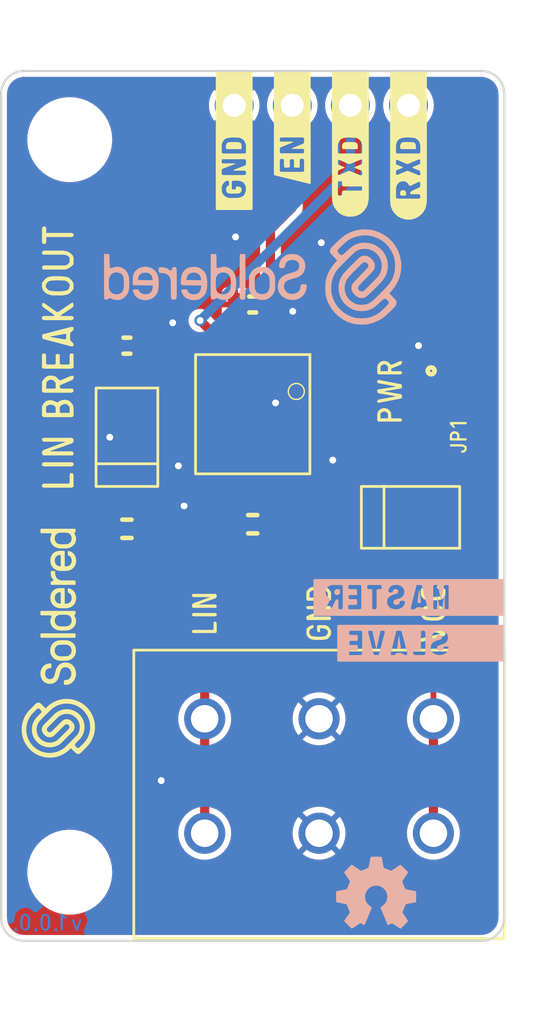
<source format=kicad_pcb>
(kicad_pcb (version 20210126) (generator pcbnew)
  (layers (0 "F.Cu" mixed) (31 "B.Cu" signal) (34 "B.Paste" user) (35 "F.Paste" user) (36 "B.SilkS" user "B.Silkscreen") (37 "F.SilkS" user "F.Silkscreen") (38 "B.Mask" user) (39 "F.Mask" user) (44 "Edge.Cuts" user))
  (net 0 "")
  (net 1 "VCC")
  (net 2 "GND")
  (net 3 "LIN")
  (net 4 "Net-(C1-Pad2)")
  (net 5 "Net-(D2-Pad1)")
  (net 6 "Net-(D3-Pad1)")
  (net 7 "Net-(JP1-Pad2)")
  (net 8 "RXD")
  (net 9 "TXD")
  (net 10 "EN")
  (footprint "Soldered Graphics:Logo-Back-OSH-3.5mm" (layer "F.Cu") (at 125.4 127.9)
    (fp_text reference "G***" hide)
    (fp_text value "LOGO" hide)
  )
  (footprint "buzzardLabel" (layer "F.Cu") (at 119.19 91.6 90)
    (fp_text reference "" (at 0 0 90) (layer "F.SilkS") (effects (font (size 1.27 1.27))))
    (fp_text value "" (at 0 0 90) (layer "F.SilkS") (effects (font (size 1.27 1.27))))
  )
  (footprint "buzzardLabel" (layer "F.Cu") (at 124.27 91.6 90)
    (fp_text reference "" (at 0 0 90) (layer "F.SilkS") (effects (font (size 1.27 1.27))))
    (fp_text value "" (at 0 0 90) (layer "F.SilkS") (effects (font (size 1.27 1.27))))
  )
  (footprint "buzzardLabel" (layer "F.Cu") (at 111.5 104.5 90)
    (fp_text reference "" (at 0 0 90) (layer "F.SilkS") (effects (font (size 1.27 1.27))))
    (fp_text value "" (at 0 0 90) (layer "F.SilkS") (effects (font (size 1.27 1.27))))
  )
  (footprint "e-radionica.com footprinti:SMD-JUMPER-CONNECTED_TRACE_NOSLODERMASK" (layer "F.Cu") (at 128 108 90)
    (fp_text reference "JP1")
    (fp_text value "SMD-JUMPER-CONNECTED_TRACE_NOSLODERMASK")
    (fp_poly (pts (xy 0.1 0.1) (xy -0.1 0.1) (xy -0.1 -0.1) (xy 0.1 -0.1)) (layer "F.Cu") (width 0.1) (fill solid))
    (pad "1" smd rect (at -0.35 0 90) (size 0.5 1) (layers "F.Cu") (net 1 "VCC"))
    (pad "2" smd rect (at 0.35 0 90) (size 0.5 1) (layers "F.Cu") (net 7 "Net-(JP1-Pad2)"))
  )
  (footprint "e-radionica.com footprinti:FIDUCIAL_1MM_PASTE" (layer "F.Cu") (at 120 128.5)
    (fp_text reference "FD1")
    (fp_text value "Fiducial_Stencil")
    (pad "1" smd circle (at 0 0) (size 1 1) (property pad_prop_fiducial_glob) (layers "F.Cu" "F.Paste" "F.Mask"))
  )
  (footprint "buzzardLabel" (layer "F.Cu") (at 126 106 90)
    (fp_text reference "" (at 0 0 90) (layer "F.SilkS") (effects (font (size 1.27 1.27))))
    (fp_text value "" (at 0 0 90) (layer "F.SilkS") (effects (font (size 1.27 1.27))))
  )
  (footprint "Soldered Graphics:Logo-Front-SolderedFULL-10mm" (layer "F.Cu") (at 111.5 117 90)
    (fp_text reference "G***" hide)
    (fp_text value "LOGO" hide)
  )
  (footprint "e-radionica.com footprinti:0402LED" (layer "F.Cu") (at 127.2 106 90)
    (fp_text reference "D2")
    (fp_text value "purple")
    (pad "1" smd rect (at -0.55 0 180) (size 0.75 0.45) (layers "F.Cu" "F.Paste" "F.Mask") (net 5 "Net-(D2-Pad1)"))
    (pad "2" smd rect (at 0.55 0 180) (size 0.75 0.45) (layers "F.Cu" "F.Paste" "F.Mask") (net 2 "GND"))
  )
  (footprint "e-radionica.com footprinti:0603R" (layer "F.Cu") (at 114.5 104)
    (fp_text reference "R3")
    (fp_text value "1k")
    (pad "1" smd rect (at -0.775 0 90) (size 1 0.64) (layers "F.Cu" "F.Paste" "F.Mask") (net 6 "Net-(D3-Pad1)"))
    (pad "2" smd rect (at 0.775 0 90) (size 1 0.64) (layers "F.Cu" "F.Paste" "F.Mask") (net 4 "Net-(C1-Pad2)"))
  )
  (footprint "e-radionica.com footprinti:TERMINAL_KF235-5.0-3P" (layer "F.Cu") (at 122.9 122.8)
    (fp_text reference "K2")
    (fp_text value "TERMINAL_KF235-5.0-3P")
    (pad "1" thru_hole circle (at 5 2.5) (size 1.8 1.8) (drill 1.2) (layers *.Cu *.Mask) (net 1 "VCC"))
    (pad "1" thru_hole circle (at 5 -2.5) (size 1.8 1.8) (drill 1.2) (layers *.Cu *.Mask) (net 1 "VCC"))
    (pad "2" thru_hole circle (at 0 2.5) (size 1.8 1.8) (drill 1.2) (layers *.Cu *.Mask) (net 2 "GND"))
    (pad "2" thru_hole circle (at 0 -2.5) (size 1.8 1.8) (drill 1.2) (layers *.Cu *.Mask) (net 2 "GND"))
    (pad "3" thru_hole circle (at -5 2.5) (size 1.8 1.8) (drill 1.2) (layers *.Cu *.Mask) (net 3 "LIN"))
    (pad "3" thru_hole circle (at -5 -2.5) (size 1.8 1.8) (drill 1.2) (layers *.Cu *.Mask) (net 3 "LIN"))
  )
  (footprint "e-radionica.com footprinti:M4_DIODA" (layer "F.Cu") (at 114.5 108 -90)
    (fp_text reference "D3")
    (fp_text value "M4_DIODA")
    (pad "1" smd rect (at -1.69 0 270) (size 1.27 1.47) (layers "F.Cu" "F.Paste" "F.Mask") (net 6 "Net-(D3-Pad1)"))
    (pad "2" smd rect (at 1.69 0 270) (size 1.27 1.47) (layers "F.Cu" "F.Paste" "F.Mask") (net 3 "LIN"))
  )
  (footprint "e-radionica.com footprinti:HEADER_MALE_4X1" (layer "F.Cu") (at 123 93.5)
    (fp_text reference "K1")
    (fp_text value "HEADER_MALE_4X1")
    (pad "1" thru_hole circle (at -3.81 0) (size 1.7 1.7) (drill 1) (layers *.Cu *.Mask) (net 2 "GND"))
    (pad "2" thru_hole circle (at -1.27 0) (size 1.7 1.7) (drill 1) (layers *.Cu *.Mask) (net 10 "EN"))
    (pad "3" thru_hole circle (at 1.27 0) (size 1.7 1.7) (drill 1) (layers *.Cu *.Mask) (net 9 "TXD"))
    (pad "4" thru_hole circle (at 3.81 0) (size 1.7 1.7) (drill 1) (layers *.Cu *.Mask) (net 8 "RXD"))
  )
  (footprint "buzzardLabel" (layer "F.Cu") (at 122.9 115.7 90)
    (fp_text reference "" (at 0 0 90) (layer "F.SilkS") (effects (font (size 1.27 1.27))))
    (fp_text value "" (at 0 0 90) (layer "F.SilkS") (effects (font (size 1.27 1.27))))
  )
  (footprint "buzzardLabel" (layer "F.Cu") (at 121.73 91.6 90)
    (fp_text reference "" (at 0 0 90) (layer "F.SilkS") (effects (font (size 1.27 1.27))))
    (fp_text value "" (at 0 0 90) (layer "F.SilkS") (effects (font (size 1.27 1.27))))
  )
  (footprint "e-radionica.com footprinti:0603C" (layer "F.Cu") (at 120 111.8)
    (fp_text reference "C1")
    (fp_text value "2.2uF")
    (pad "1" smd rect (at -0.73 0) (size 0.66 1) (layers "F.Cu" "F.Paste" "F.Mask") (net 2 "GND"))
    (pad "2" smd rect (at 0.73 0) (size 0.66 1) (layers "F.Cu" "F.Paste" "F.Mask") (net 4 "Net-(C1-Pad2)"))
  )
  (footprint "e-radionica.com footprinti:0603R" (layer "F.Cu") (at 120 102.2)
    (fp_text reference "R1")
    (fp_text value "4.7k")
    (pad "1" smd rect (at -0.775 0 90) (size 1 0.64) (layers "F.Cu" "F.Paste" "F.Mask") (net 2 "GND"))
    (pad "2" smd rect (at 0.775 0 90) (size 1 0.64) (layers "F.Cu" "F.Paste" "F.Mask") (net 10 "EN"))
  )
  (footprint "buzzardLabel" (layer "F.Cu") (at 129 108 90)
    (fp_text reference "" (at 0 0 90) (layer "F.SilkS") (effects (font (size 1.27 1.27))))
    (fp_text value "" (at 0 0 90) (layer "F.SilkS") (effects (font (size 1.27 1.27))))
  )
  (footprint "e-radionica.com footprinti:SOIC−8" (layer "F.Cu") (at 120 107 -90)
    (fp_text reference "U1")
    (fp_text value "NCV7329")
    (pad "1" smd rect (at -2.7 -1.905 270) (size 1.55 0.6) (layers "F.Cu" "F.Paste" "F.Mask") (net 8 "RXD"))
    (pad "2" smd rect (at -2.6 -0.635 270) (size 1.55 0.6) (layers "F.Cu" "F.Paste" "F.Mask") (net 10 "EN"))
    (pad "3" smd rect (at -2.6 0.635 270) (size 1.55 0.6) (layers "F.Cu" "F.Paste" "F.Mask"))
    (pad "4" smd rect (at -2.6 1.905 270) (size 1.55 0.6) (layers "F.Cu" "F.Paste" "F.Mask") (net 9 "TXD"))
    (pad "5" smd rect (at 2.6 1.905 270) (size 1.55 0.6) (layers "F.Cu" "F.Paste" "F.Mask") (net 2 "GND"))
    (pad "6" smd rect (at 2.6 0.635 270) (size 1.55 0.6) (layers "F.Cu" "F.Paste" "F.Mask") (net 3 "LIN"))
    (pad "7" smd rect (at 2.6 -0.635 270) (size 1.55 0.6) (layers "F.Cu" "F.Paste" "F.Mask") (net 4 "Net-(C1-Pad2)"))
    (pad "8" smd rect (at 2.6 -1.905 270) (size 1.55 0.6) (layers "F.Cu" "F.Paste" "F.Mask"))
  )
  (footprint "e-radionica.com footprinti:0603C" (layer "F.Cu") (at 114.5 112)
    (fp_text reference "C2")
    (fp_text value "220pF")
    (pad "1" smd rect (at -0.73 0) (size 0.66 1) (layers "F.Cu" "F.Paste" "F.Mask") (net 2 "GND"))
    (pad "2" smd rect (at 0.73 0) (size 0.66 1) (layers "F.Cu" "F.Paste" "F.Mask") (net 3 "LIN"))
  )
  (footprint "buzzardLabel" (layer "F.Cu") (at 117.9 115.7 90)
    (fp_text reference "" (at 0 0 90) (layer "F.SilkS") (effects (font (size 1.27 1.27))))
    (fp_text value "" (at 0 0 90) (layer "F.SilkS") (effects (font (size 1.27 1.27))))
  )
  (footprint "e-radionica.com footprinti:HOLE_3.2mm" (layer "F.Cu") (at 112 95)
    (fp_text reference "H2" hide)
    (fp_text value "HOLE_3.2mm" hide)
    (pad "" np_thru_hole circle (at 0 0) (size 3.2 3.2) (drill 3.2) (layers F&B.Cu *.Mask))
  )
  (footprint "Soldered Graphics:Logo-Back-SolderedFULL-13mm" (layer "F.Cu") (at 120 101)
    (fp_text reference "REF**" hide)
    (fp_text value "Logo-Front-SolderedFULL-13mm" hide)
  )
  (footprint "e-radionica.com footprinti:HOLE_3.2mm" (layer "F.Cu") (at 112 127)
    (fp_text reference "H1" hide)
    (fp_text value "HOLE_3.2mm" hide)
    (pad "" np_thru_hole circle (at 0 0) (size 3.2 3.2) (drill 3.2) (layers F&B.Cu *.Mask))
  )
  (footprint "buzzardLabel" (layer "F.Cu") (at 127.9 115.7 90)
    (fp_text reference "" (at 0 0 90) (layer "F.SilkS") (effects (font (size 1.27 1.27))))
    (fp_text value "" (at 0 0 90) (layer "F.SilkS") (effects (font (size 1.27 1.27))))
  )
  (footprint "buzzardLabel" (layer "F.Cu") (at 126.81 91.6 90)
    (fp_text reference "" (at 0 0 90) (layer "F.SilkS") (effects (font (size 1.27 1.27))))
    (fp_text value "" (at 0 0 90) (layer "F.SilkS") (effects (font (size 1.27 1.27))))
  )
  (footprint "e-radionica.com footprinti:M4_DIODA" (layer "F.Cu") (at 126.9 111.5 180)
    (fp_text reference "D1")
    (fp_text value "M4_DIODA")
    (pad "1" smd rect (at -1.69 0 180) (size 1.27 1.47) (layers "F.Cu" "F.Paste" "F.Mask") (net 1 "VCC"))
    (pad "2" smd rect (at 1.69 0 180) (size 1.27 1.47) (layers "F.Cu" "F.Paste" "F.Mask") (net 4 "Net-(C1-Pad2)"))
  )
  (footprint "e-radionica.com footprinti:0402R" (layer "F.Cu") (at 128.8 106 90)
    (fp_text reference "R2")
    (fp_text value "1k")
    (pad "1" smd rect (at -0.5 0 180) (size 0.64 0.54) (layers "F.Cu" "F.Paste" "F.Mask") (net 7 "Net-(JP1-Pad2)"))
    (pad "2" smd rect (at 0.5 0 180) (size 0.64 0.54) (layers "F.Cu" "F.Paste" "F.Mask") (net 5 "Net-(D2-Pad1)"))
  )
  (footprint "buzzardLabel" (layer "B.Cu") (at 131.4 115 180)
    (fp_text reference "" (at 0 0) (layer "B.SilkS") (effects (font (size 1.27 1.27)) (justify mirror)))
    (fp_text value "" (at 0 0) (layer "B.SilkS") (effects (font (size 1.27 1.27)) (justify mirror)))
  )
  (footprint "Soldered Graphics:Version1.0.0." (layer "B.Cu") (at 111 129.2 180)
    (fp_text reference "" (at 0 0) (layer "B.SilkS") (effects (font (size 1.27 1.27)) (justify mirror)))
    (fp_text value "" (at 0 0) (layer "B.SilkS") (effects (font (size 1.27 1.27)) (justify mirror)))
    (fp_poly (pts (xy 0.93 -0.35) (xy 0.99 -0.35) (xy 1.04 -0.33) (xy 1.01 -0.28) (xy 0.91 -0.28) (xy 0.87 -0.25) (xy 0.85 -0.2) (xy 0.83 -0.15) (xy 0.83 -0.11) (xy 0.82 0.01) (xy 0.83 0.13) (xy 0.83 0.17) (xy 0.84 0.22) (xy 0.87 0.27) (xy 0.9 0.3) (xy 1.01 0.3) (xy 1.04 0.26) (xy 1.05 0.21) (xy 1.06 0.15) (xy 1.07 0.05) (xy 1.07 -0.08) (xy 1.06 -0.12) (xy 1.06 -0.17) (xy 1.04 -0.22) (xy 1.02 -0.27) (xy 1.01 -0.28) (xy 1.05 -0.32) (xy 1.09 -0.29) (xy 1.12 -0.26) (xy 1.14 -0.22) (xy 1.15 -0.16) (xy 1.16 -0.11) (xy 1.16 -0.06) (xy 1.16 0.06) (xy 1.16 0.12) (xy 1.15 0.17) (xy 1.14 0.22) (xy 1.13 0.27) (xy 1.1 0.3) (xy 1.06 0.34) (xy 1.01 0.37) (xy 0.95 0.38) (xy 0.9 0.38) (xy 0.84 0.35) (xy 0.8 0.31) (xy 0.78 0.28) (xy 0.75 0.23) (xy 0.74 0.18) (xy 0.74 0.13) (xy 0.73 0.08) (xy 0.73 -0.04) (xy 0.73 -0.1) (xy 0.74 -0.14) (xy 0.75 -0.2) (xy 0.77 -0.25) (xy 0.79 -0.28) (xy 0.83 -0.32) (xy 0.89 -0.35) (xy 0.93 -0.35)) (layer "B.Cu") (width 0.01) (fill solid))
    (fp_poly (pts (xy 0.43 -0.38) (xy 0.48 -0.38) (xy 0.54 -0.37) (xy 0.54 -0.33) (xy 0.54 -0.27) (xy 0.5 -0.26) (xy 0.45 -0.26) (xy 0.42 -0.29) (xy 0.42 -0.34) (xy 0.43 -0.38)) (layer "B.Cu") (width 0.01) (fill solid))
    (fp_poly (pts (xy 0.06 -0.35) (xy 0.11 -0.35) (xy 0.17 -0.33) (xy 0.13 -0.28) (xy 0.03 -0.28) (xy -0.01 -0.25) (xy -0.03 -0.2) (xy -0.05 -0.15) (xy -0.05 -0.11) (xy -0.05 0.01) (xy -0.05 0.13) (xy -0.05 0.17) (xy -0.03 0.22) (xy -0.01 0.27) (xy 0.02 0.3) (xy 0.13 0.3) (xy 0.16 0.26) (xy 0.18 0.21) (xy 0.18 0.15) (xy 0.19 0.05) (xy 0.19 -0.08) (xy 0.19 -0.12) (xy 0.18 -0.17) (xy 0.16 -0.22) (xy 0.14 -0.27) (xy 0.14 -0.28) (xy 0.17 -0.32) (xy 0.21 -0.29) (xy 0.24 -0.26) (xy 0.26 -0.22) (xy 0.27 -0.16) (xy 0.28 -0.11) (xy 0.28 -0.06) (xy 0.28 0.06) (xy 0.28 0.12) (xy 0.27 0.17) (xy 0.26 0.22) (xy 0.25 0.27) (xy 0.22 0.3) (xy 0.19 0.34) (xy 0.13 0.37) (xy 0.08 0.38) (xy 0.02 0.38) (xy -0.03 0.35) (xy -0.08 0.31) (xy -0.1 0.28) (xy -0.12 0.23) (xy -0.14 0.18) (xy -0.14 0.13) (xy -0.15 0.08) (xy -0.15 -0.04) (xy -0.14 -0.1) (xy -0.14 -0.14) (xy -0.13 -0.2) (xy -0.11 -0.25) (xy -0.08 -0.28) (xy -0.05 -0.32) (xy 0.01 -0.35) (xy 0.06 -0.35)) (layer "B.Cu") (width 0.01) (fill solid))
    (fp_poly (pts (xy 1.31 -0.38) (xy 1.36 -0.38) (xy 1.41 -0.37) (xy 1.42 -0.33) (xy 1.42 -0.27) (xy 1.38 -0.26) (xy 1.33 -0.26) (xy 1.3 -0.29) (xy 1.3 -0.34) (xy 1.31 -0.38)) (layer "B.Cu") (width 0.01) (fill solid))
    (fp_poly (pts (xy -0.44 -0.38) (xy -0.39 -0.38) (xy -0.34 -0.37) (xy -0.34 -0.33) (xy -0.34 -0.27) (xy -0.38 -0.26) (xy -0.43 -0.26) (xy -0.46 -0.29) (xy -0.46 -0.34) (xy -0.44 -0.38)) (layer "B.Cu") (width 0.01) (fill solid))
    (fp_poly (pts (xy -0.67 -0.35) (xy -0.62 -0.35) (xy -0.6 -0.31) (xy -0.6 0.35) (xy -0.64 0.38) (xy -0.69 0.38) (xy -0.73 0.34) (xy -0.84 0.22) (xy -0.86 0.17) (xy -0.83 0.16) (xy -0.73 0.22) (xy -0.69 0.23) (xy -0.69 -0.31) (xy -0.67 -0.35)) (layer "B.Cu") (width 0.01) (fill solid))
    (fp_poly (pts (xy -1.33 -0.35) (xy -1.27 -0.35) (xy -1.25 -0.31) (xy -1.09 0.1) (xy -1.11 0.13) (xy -1.16 0.13) (xy -1.19 0.1) (xy -1.28 -0.16) (xy -1.3 -0.21) (xy -1.32 -0.17) (xy -1.41 0.09) (xy -1.44 0.13) (xy -1.49 0.13) (xy -1.51 0.1) (xy -1.36 -0.31) (xy -1.33 -0.35)) (layer "B.Cu") (width 0.01) (fill solid))
  )
  (footprint "buzzardLabel" (layer "B.Cu") (at 131.4 117 180)
    (fp_text reference "" (at 0 0) (layer "B.SilkS") (effects (font (size 1.27 1.27)) (justify mirror)))
    (fp_text value "" (at 0 0) (layer "B.SilkS") (effects (font (size 1.27 1.27)) (justify mirror)))
  )
  (gr_line (start 109 129) (end 109 93) (layer "Edge.Cuts") (width 0.1))
  (gr_arc (start 130 92.999997) (end 130 92) (angle 90) (layer "Edge.Cuts") (width 0.1))
  (gr_arc (start 109.999997 93) (end 110 92) (angle -90) (layer "Edge.Cuts") (width 0.1))
  (gr_arc (start 110 129) (end 110 130) (angle 90) (layer "Edge.Cuts") (width 0.1))
  (gr_arc (start 130 129) (end 130 130) (angle -90) (layer "Edge.Cuts") (width 0.1))
  (gr_line (start 110 92) (end 130 92) (layer "Edge.Cuts") (width 0.1))
  (gr_line (start 130 130) (end 110 130) (layer "Edge.Cuts") (width 0.1))
  (gr_line (start 131 93) (end 131 129) (layer "Edge.Cuts") (width 0.1))
  (segment (start 128.59 111.5) (end 128.59 112.61) (width 0.254) (layer "F.Cu") (net 1))
  (segment (start 127.9 113.3) (end 127.9 120.3) (width 0.254) (layer "F.Cu") (net 1))
  (segment (start 128.59 112.61) (end 127.9 113.3) (width 0.254) (layer "F.Cu") (net 1))
  (segment (start 128 109.2) (end 128.59 109.79) (width 0.254) (layer "F.Cu") (net 1))
  (segment (start 128 108.35) (end 128 109.2) (width 0.254) (layer "F.Cu") (net 1))
  (segment (start 128.59 109.79) (end 128.59 111.5) (width 0.254) (layer "F.Cu") (net 1))
  (segment (start 127.9 125.3) (end 127.9 120.3) (width 0.4) (layer "F.Cu") (net 1))
  (via (at 119.25 99.25) (size 0.5) (drill 0.3) (layers "F.Cu" "B.Cu") (net 2))
  (via (at 121.75 102.5) (size 0.5) (drill 0.3) (layers "F.Cu" "B.Cu") (net 2))
  (via (at 116.5 103) (size 0.5) (drill 0.3) (layers "F.Cu" "B.Cu") (net 2))
  (via (at 121 106.5) (size 0.5) (drill 0.3) (layers "F.Cu" "B.Cu") (net 2))
  (via (at 116 123) (size 0.5) (drill 0.3) (layers "F.Cu" "B.Cu") (net 2))
  (via (at 127.25 104) (size 0.5) (drill 0.3) (layers "F.Cu" "B.Cu") (net 2))
  (via (at 123.5 109) (size 0.5) (drill 0.3) (layers "F.Cu" "B.Cu") (net 2))
  (via (at 123 99.5) (size 0.5) (drill 0.3) (layers "F.Cu" "B.Cu") (net 2))
  (via (at 116.75 109.25) (size 0.5) (drill 0.3) (layers "F.Cu" "B.Cu") (net 2))
  (via (at 113.75 108) (size 0.5) (drill 0.3) (layers "F.Cu" "B.Cu") (net 2))
  (via (at 117 111) (size 0.5) (drill 0.3) (layers "F.Cu" "B.Cu") (net 2))
  (segment (start 118.7 107.8) (end 115.9 107.8) (width 0.4) (layer "F.Cu") (net 3))
  (segment (start 115.9 107.8) (end 114.5 109.2) (width 0.4) (layer "F.Cu") (net 3))
  (segment (start 115.2 110.7) (end 115.2 111.97) (width 0.4) (layer "F.Cu") (net 3))
  (segment (start 117.9 118) (end 117.9 120.3) (width 0.4) (layer "F.Cu") (net 3))
  (segment (start 114.5 110) (end 115.2 110.7) (width 0.4) (layer "F.Cu") (net 3))
  (segment (start 115.23 112) (end 115.23 115.33) (width 0.4) (layer "F.Cu") (net 3))
  (segment (start 119.365 109.6) (end 119.365 108.465) (width 0.4) (layer "F.Cu") (net 3))
  (segment (start 114.5 109.69) (end 114.5 110) (width 0.4) (layer "F.Cu") (net 3))
  (segment (start 119.365 108.465) (end 118.7 107.8) (width 0.4) (layer "F.Cu") (net 3))
  (segment (start 115.23 115.33) (end 117.9 118) (width 0.4) (layer "F.Cu") (net 3))
  (segment (start 115.2 111.97) (end 115.23 112) (width 0.4) (layer "F.Cu") (net 3))
  (segment (start 114.5 109.2) (end 114.5 109.69) (width 0.4) (layer "F.Cu") (net 3))
  (segment (start 117.9 120.3) (end 117.9 125.3) (width 0.4) (layer "F.Cu") (net 3))
  (segment (start 120.635 108.035) (end 120.635 109.6) (width 0.4) (layer "F.Cu") (net 4))
  (segment (start 120.635 111.705) (end 120.73 111.8) (width 0.4) (layer "F.Cu") (net 4))
  (segment (start 115.275 104) (end 115.275 104.3) (width 0.4) (layer "F.Cu") (net 4))
  (segment (start 125.21 111.5) (end 122.9 111.5) (width 0.4) (layer "F.Cu") (net 4))
  (segment (start 122.9 111.5) (end 122.6 111.8) (width 0.4) (layer "F.Cu") (net 4))
  (segment (start 120.635 109.6) (end 120.635 111.705) (width 0.4) (layer "F.Cu") (net 4))
  (segment (start 115.275 104.3) (end 117.775 106.8) (width 0.4) (layer "F.Cu") (net 4))
  (segment (start 117.775 106.8) (end 119.4 106.8) (width 0.4) (layer "F.Cu") (net 4))
  (segment (start 122.6 111.8) (end 120.73 111.8) (width 0.4) (layer "F.Cu") (net 4))
  (segment (start 119.4 106.8) (end 120.635 108.035) (width 0.4) (layer "F.Cu") (net 4))
  (segment (start 128.6 105.5) (end 128.8 105.5) (width 0.254) (layer "F.Cu") (net 5))
  (segment (start 127.2 106.55) (end 127.55 106.55) (width 0.254) (layer "F.Cu") (net 5))
  (segment (start 127.55 106.55) (end 128.6 105.5) (width 0.254) (layer "F.Cu") (net 5))
  (segment (start 113.725 104) (end 113.725 105.535) (width 0.4) (layer "F.Cu") (net 6))
  (segment (start 113.725 105.535) (end 114.5 106.31) (width 0.4) (layer "F.Cu") (net 6))
  (segment (start 128 107.65) (end 128.15 107.65) (width 0.254) (layer "F.Cu") (net 7))
  (segment (start 128.15 107.65) (end 128.8 107) (width 0.254) (layer "F.Cu") (net 7))
  (segment (start 128.8 107) (end 128.8 106.5) (width 0.254) (layer "F.Cu") (net 7))
  (segment (start 121.905 104.3) (end 121.905 103.795) (width 0.4) (layer "F.Cu") (net 8))
  (segment (start 121.905 103.795) (end 126.81 98.89) (width 0.4) (layer "F.Cu") (net 8))
  (segment (start 126.81 98.89) (end 126.81 93.5) (width 0.4) (layer "F.Cu") (net 8))
  (segment (start 118.095 103.295) (end 117.7 102.9) (width 0.4) (layer "F.Cu") (net 9))
  (segment (start 118.095 104.4) (end 118.095 103.295) (width 0.4) (layer "F.Cu") (net 9))
  (via (at 117.7 102.9) (size 0.5) (drill 0.3) (layers "F.Cu" "B.Cu") (net 9))
  (segment (start 117.7 102.9) (end 124.27 96.33) (width 0.4) (layer "B.Cu") (net 9))
  (segment (start 124.27 96.33) (end 124.27 93.5) (width 0.4) (layer "B.Cu") (net 9))
  (segment (start 120.775 98.925) (end 121.73 97.97) (width 0.4) (layer "F.Cu") (net 10))
  (segment (start 120.775 102.2) (end 120.775 98.925) (width 0.4) (layer "F.Cu") (net 10))
  (segment (start 121.73 97.97) (end 121.73 93.5) (width 0.4) (layer "F.Cu") (net 10))
  (segment (start 120.635 102.34) (end 120.775 102.2) (width 0.4) (layer "F.Cu") (net 10))
  (segment (start 120.635 104.4) (end 120.635 102.34) (width 0.4) (layer "F.Cu") (net 10))
  (zone (net 2) (net_name "GND") (layers F&B.Cu) (connect_pads (clearance 0.254)) (min_thickness 0.254) (fill yes (thermal_gap 0.254) (thermal_bridge_width 0.254))
    (polygon (pts (xy 131 130) (xy 109 130) (xy 109 92) (xy 131 92)))
  )
)
</source>
